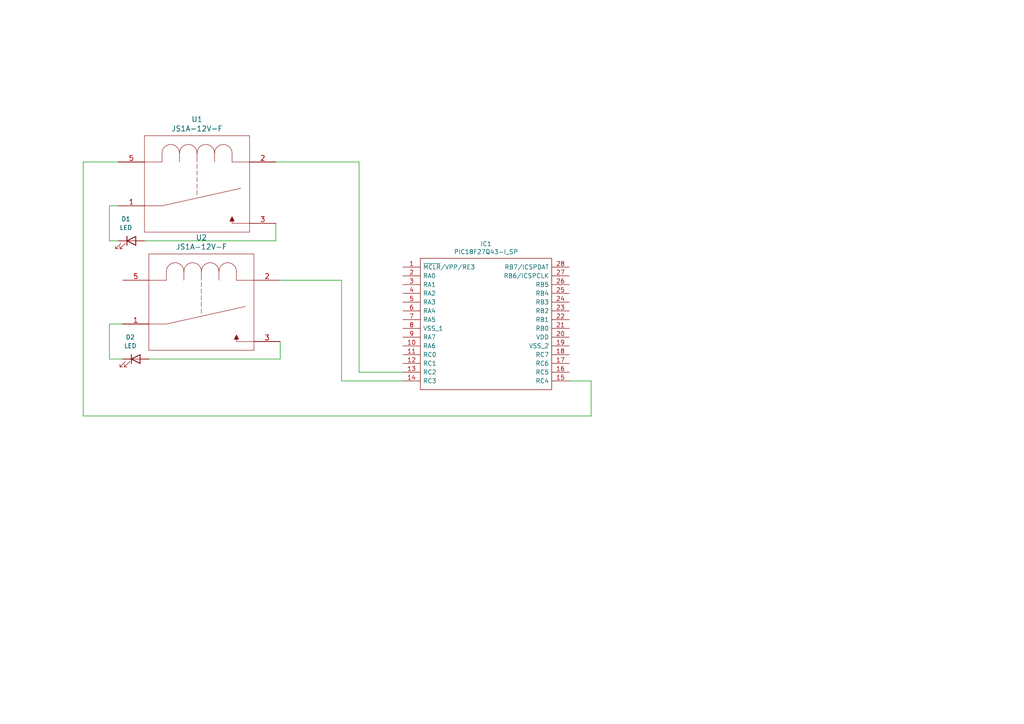
<source format=kicad_sch>
(kicad_sch (version 20211123) (generator eeschema)
  (paper "A4")
  (lib_symbols
    (symbol "Device:LED" (pin_numbers hide) (pin_names (offset 1.016) hide)
      (property "Reference" "D" (at 0 2.54 0))
      (property "Value" "LED" (at 0 -2.54 0))
      (symbol "LED_0_1"
        (polyline (pts (xy -1.27 -1.27) (xy -1.27 1.27)) (stroke (width 0.254)))
        (polyline (pts (xy -1.27 0) (xy 1.27 0)))
        (polyline (pts (xy 1.27 -1.27) (xy 1.27 1.27) (xy -1.27 0) (xy 1.27 -1.27)) (stroke (width 0.254)))
        (polyline (pts (xy -3.048 -0.762) (xy -4.572 -2.286) (xy -3.81 -2.286) (xy -4.572 -2.286) (xy -4.572 -1.524)))
        (polyline (pts (xy -1.778 -0.762) (xy -3.302 -2.286) (xy -2.54 -2.286) (xy -3.302 -2.286) (xy -3.302 -1.524)))
      )
      (symbol "LED_1_1"
        (pin passive line (at -3.81 0 0) (length 2.54) (name "K") (number "1"))
        (pin passive line (at 3.81 0 180) (length 2.54) (name "A") (number "2"))
      )
    )
    (symbol "Temp-Controller-V1.0.0-rescue:JS1A-12V-F-2020-07-16_16-50-41" (pin_names (offset -0.254) hide)
      (property "Reference" "U" (at 22.86 12.7 0))
      (property "Value" "JS1A-12V-F-2020-07-16_16-50-41" (at 22.86 10.16 0))
      (symbol "JS1A-12V-F-2020-07-16_16-50-41_1_1"
        (polyline (pts (xy 7.62 -20.32) (xy 38.1 -20.32)) (stroke (width 0.127)))
        (polyline (pts (xy 7.62 7.62) (xy 7.62 -20.32)) (stroke (width 0.127)))
        (polyline (pts (xy 12.7 -12.7) (xy 7.62 -12.7)) (stroke (width 0.127)))
        (polyline (pts (xy 12.7 -12.7) (xy 35.56 -7.62)) (stroke (width 0.127)))
        (polyline (pts (xy 12.7 0) (xy 7.62 0)) (stroke (width 0.127)))
        (polyline (pts (xy 12.7 2.54) (xy 12.7 0)) (stroke (width 0.127)))
        (polyline (pts (xy 17.78 2.54) (xy 17.78 0)) (stroke (width 0.127)))
        (polyline (pts (xy 22.86 -8.255) (xy 22.86 -9.525)) (stroke (width 0.127)))
        (polyline (pts (xy 22.86 -6.35) (xy 22.86 -7.62)) (stroke (width 0.127)))
        (polyline (pts (xy 22.86 -4.445) (xy 22.86 -5.715)) (stroke (width 0.127)))
        (polyline (pts (xy 22.86 -2.54) (xy 22.86 -3.81)) (stroke (width 0.127)))
        (polyline (pts (xy 22.86 -1.905) (xy 22.86 -0.635)) (stroke (width 0.127)))
        (polyline (pts (xy 22.86 2.54) (xy 22.86 0)) (stroke (width 0.127)))
        (polyline (pts (xy 27.94 2.54) (xy 27.94 0)) (stroke (width 0.127)))
        (polyline (pts (xy 33.02 -17.78) (xy 33.02 -16.51)) (stroke (width 0.127)))
        (polyline (pts (xy 33.02 0) (xy 38.1 0)) (stroke (width 0.127)))
        (polyline (pts (xy 33.02 2.54) (xy 33.02 0)) (stroke (width 0.127)))
        (polyline (pts (xy 38.1 -20.32) (xy 38.1 7.62)) (stroke (width 0.127)))
        (polyline (pts (xy 38.1 -17.78) (xy 33.02 -17.78)) (stroke (width 0.127)))
        (polyline (pts (xy 38.1 7.62) (xy 7.62 7.62)) (stroke (width 0.127)))
        (polyline (pts (xy 32.385 -17.145) (xy 33.655 -17.145) (xy 33.02 -15.875) (xy 32.385 -17.145)) (fill (type outline)))
        (arc (start 17.78 2.54) (mid 15.24 5.08) (end 12.7 2.54) (stroke (width 0.127)))
        (arc (start 22.86 2.54) (mid 20.32 5.08) (end 17.78 2.54) (stroke (width 0.127)))
        (arc (start 27.94 2.54) (mid 25.4 5.08) (end 22.86 2.54) (stroke (width 0.127)))
        (arc (start 33.02 2.54) (mid 30.48 5.08) (end 27.94 2.54) (stroke (width 0.127)))
        (pin unspecified line (at 0 -12.7 0) (length 7.62) (name "1") (number "1"))
        (pin unspecified line (at 45.72 0 180) (length 7.62) (name "2") (number "2"))
        (pin unspecified line (at 45.72 -17.78 180) (length 7.62) (name "3") (number "3"))
        (pin unspecified line (at 0 0 0) (length 7.62) (name "5") (number "5"))
      )
    )
    (symbol "Temp-Controller-V1.0.0-rescue:PIC18F27Q43-I_SP-SamacSys_Parts" (pin_names (offset 0.762))
      (property "Reference" "IC" (at 44.45 7.62 0))
      (property "Value" "PIC18F27Q43-I_SP-SamacSys_Parts" (at 44.45 5.08 0))
      (symbol "PIC18F27Q43-I_SP-SamacSys_Parts_0_0"
        (pin passive line (at 0 0 0) (length 5.08) (name "~{MCLR}/VPP/RE3") (number "1"))
        (pin passive line (at 0 -22.86 0) (length 5.08) (name "RA6") (number "10"))
        (pin passive line (at 0 -25.4 0) (length 5.08) (name "RC0") (number "11"))
        (pin passive line (at 0 -27.94 0) (length 5.08) (name "RC1") (number "12"))
        (pin passive line (at 0 -30.48 0) (length 5.08) (name "RC2") (number "13"))
        (pin passive line (at 0 -33.02 0) (length 5.08) (name "RC3") (number "14"))
        (pin passive line (at 48.26 -33.02 180) (length 5.08) (name "RC4") (number "15"))
        (pin passive line (at 48.26 -30.48 180) (length 5.08) (name "RC5") (number "16"))
        (pin passive line (at 48.26 -27.94 180) (length 5.08) (name "RC6") (number "17"))
        (pin passive line (at 48.26 -25.4 180) (length 5.08) (name "RC7") (number "18"))
        (pin passive line (at 48.26 -22.86 180) (length 5.08) (name "VSS_2") (number "19"))
        (pin passive line (at 0 -2.54 0) (length 5.08) (name "RA0") (number "2"))
        (pin passive line (at 48.26 -20.32 180) (length 5.08) (name "VDD") (number "20"))
        (pin passive line (at 48.26 -17.78 180) (length 5.08) (name "RB0") (number "21"))
        (pin passive line (at 48.26 -15.24 180) (length 5.08) (name "RB1") (number "22"))
        (pin passive line (at 48.26 -12.7 180) (length 5.08) (name "RB2") (number "23"))
        (pin passive line (at 48.26 -10.16 180) (length 5.08) (name "RB3") (number "24"))
        (pin passive line (at 48.26 -7.62 180) (length 5.08) (name "RB4") (number "25"))
        (pin passive line (at 48.26 -5.08 180) (length 5.08) (name "RB5") (number "26"))
        (pin passive line (at 48.26 -2.54 180) (length 5.08) (name "RB6/ICSPCLK") (number "27"))
        (pin passive line (at 48.26 0 180) (length 5.08) (name "RB7/ICSPDAT") (number "28"))
        (pin passive line (at 0 -5.08 0) (length 5.08) (name "RA1") (number "3"))
        (pin passive line (at 0 -7.62 0) (length 5.08) (name "RA2") (number "4"))
        (pin passive line (at 0 -10.16 0) (length 5.08) (name "RA3") (number "5"))
        (pin passive line (at 0 -12.7 0) (length 5.08) (name "RA4") (number "6"))
        (pin passive line (at 0 -15.24 0) (length 5.08) (name "RA5") (number "7"))
        (pin passive line (at 0 -17.78 0) (length 5.08) (name "VSS_1") (number "8"))
        (pin passive line (at 0 -20.32 0) (length 5.08) (name "RA7") (number "9"))
      )
      (symbol "PIC18F27Q43-I_SP-SamacSys_Parts_0_1"
        (polyline (pts (xy 5.08 2.54) (xy 43.18 2.54) (xy 43.18 -35.56) (xy 5.08 -35.56) (xy 5.08 2.54)) (stroke (width 0.1524)))
      )
    )
  )
  (wire (pts (xy 81.28 99.06) (xy 81.28 104.14)))
  (wire (pts (xy 171.45 120.65) (xy 171.45 110.49)))
  (wire (pts (xy 99.06 81.28) (xy 81.28 81.28)))
  (wire (pts (xy 104.14 107.95) (xy 104.14 46.99)))
  (wire (pts (xy 41.91 69.85) (xy 80.01 69.85)))
  (wire (pts (xy 31.75 69.85) (xy 31.75 59.69)))
  (wire (pts (xy 24.13 120.65) (xy 171.45 120.65)))
  (wire (pts (xy 116.84 110.49) (xy 99.06 110.49)))
  (wire (pts (xy 24.13 46.99) (xy 24.13 120.65)))
  (wire (pts (xy 104.14 46.99) (xy 80.01 46.99)))
  (wire (pts (xy 43.18 104.14) (xy 81.28 104.14)))
  (wire (pts (xy 80.01 64.77) (xy 80.01 69.85)))
  (wire (pts (xy 34.29 46.99) (xy 24.13 46.99)))
  (wire (pts (xy 34.29 69.85) (xy 31.75 69.85)))
  (wire (pts (xy 99.06 110.49) (xy 99.06 81.28)))
  (wire (pts (xy 31.75 104.14) (xy 35.56 104.14)))
  (wire (pts (xy 116.84 107.95) (xy 104.14 107.95)))
  (wire (pts (xy 171.45 110.49) (xy 165.1 110.49)))
  (wire (pts (xy 31.75 93.98) (xy 31.75 104.14)))
  (wire (pts (xy 31.75 59.69) (xy 34.29 59.69)))
  (wire (pts (xy 35.56 93.98) (xy 31.75 93.98)))
  (symbol (lib_id "Temp-Controller-V1.0.0-rescue:PIC18F27Q43-I_SP-SamacSys_Parts") (at 116.84 77.47 0) (unit 1)
    (property "Reference" "IC1" (at 140.97 70.739 0))
    (property "Value" "PIC18F27Q43-I_SP" (at 140.97 73.0504 0))
    (property "Footprint" "Package_DIP:DIP-28_W15.24mm" (effects hide))
    (property "Datasheet" "https://componentsearchengine.com/Datasheets/2/PIC18F27Q43-I_SP.pdf" (effects hide))
    (property "Description" "8-bit Microcontrollers - MCU 128KB Flash, 8KB RAM, 1KB EEPROM, 12b ADC2, 5b DAC, Comp, PWM, CCP, CWG, HLT, WWDT, SCAN/CRC, ZCD, PPS, EUSART, SPI/I2C, IDLE/DOZE/PMD" (effects hide))
    (property "Height" "5.08" (effects hide))
    (property "Mouser Part Number" "579-PIC18F27Q43-I/SP" (effects hide))
    (property "Mouser Price/Stock" "https://www.mouser.co.uk/ProductDetail/Microchip-Technology/PIC18F27Q43-I-SP?qs=T3oQrply3y9%2F3lp5qsrz4w%3D%3D" (effects hide))
    (property "Manufacturer_Name" "Microchip" (effects hide))
    (property "Manufacturer_Part_Number" "PIC18F27Q43-I/SP" (effects hide))
  )
  (symbol (lib_id "Temp-Controller-V1.0.0-rescue:JS1A-12V-F-2020-07-16_16-50-41") (at 34.29 46.99 0) (unit 1)
    (property "Reference" "U1" (at 57.15 34.6202 0) (effects (font (size 1.524 1.524))))
    (property "Value" "JS1A-12V-F" (at 57.15 37.3126 0) (effects (font (size 1.524 1.524))))
    (property "Footprint" "Relay_THT:Relay_DPDT_Panasonic_JW2" (effects hide))
  )
  (symbol (lib_id "Temp-Controller-V1.0.0-rescue:JS1A-12V-F-2020-07-16_16-50-41") (at 35.56 81.28 0) (unit 1)
    (property "Reference" "U2" (at 58.42 68.9102 0) (effects (font (size 1.524 1.524))))
    (property "Value" "JS1A-12V-F" (at 58.42 71.6026 0) (effects (font (size 1.524 1.524))))
    (property "Footprint" "Relay_THT:Relay_DPDT_Panasonic_JW2" (effects hide))
  )
  (symbol (lib_id "Device:LED") (at 39.37 104.14 0) (unit 1)
    (property "Reference" "D2" (at 37.7825 97.79 0))
    (property "Value" "LED" (at 37.7825 100.33 0))
    (property "Footprint" "LED_SMD:LED_0603_1608Metric_Pad1.05x0.95mm_HandSolder" (effects hide))
  )
  (symbol (lib_id "Device:LED") (at 38.1 69.85 0) (unit 1)
    (property "Reference" "D1" (at 36.5125 63.5 0))
    (property "Value" "LED" (at 36.5125 66.04 0))
    (property "Footprint" "LED_SMD:LED_0603_1608Metric_Pad1.05x0.95mm_HandSolder" (effects hide))
  )
)
</source>
